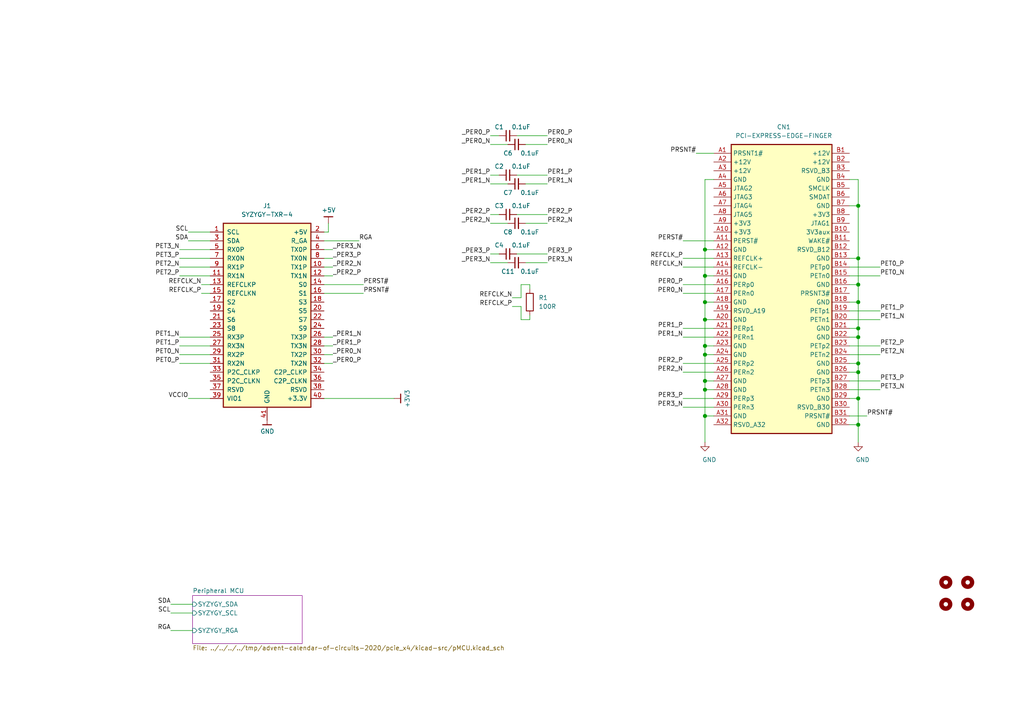
<source format=kicad_sch>
(kicad_sch (version 20230121) (generator eeschema)
  (paper "A4")
  (title_block (title "SYZYGY PCIe x4") (date "2020-12-04") (rev "r1.0") (company "GsD - @gregdavill"))
  (lib_symbols
    (symbol "Device:C_Small" (pin_numbers hide) (pin_names (offset 0.254) hide)
      (property "Reference" "C" (at 0.254 1.778 0))
      (property "Value" "C_Small" (at 0.254 -2.032 0))
      (symbol "C_Small_0_1"
        (polyline (pts (xy -1.524 -0.508) (xy 1.524 -0.508)) (stroke (width 0.3302)))
        (polyline (pts (xy -1.524 0.508) (xy 1.524 0.508)) (stroke (width 0.3048)))
      )
      (symbol "C_Small_1_1"
        (pin passive line (at 0 2.54 270) (length 2.032) (name "~") (number "1"))
        (pin passive line (at 0 -2.54 90) (length 2.032) (name "~") (number "2"))
      )
    )
    (symbol "Device:R_1" (pin_numbers hide) (pin_names (offset 0))
      (property "Reference" "R" (at 2.032 0 90))
      (property "Value" "R" (at 0 0 90))
      (symbol "R_1_0_1"
        (rectangle (start -1.016 -2.54) (end 1.016 2.54) (stroke (width 0.254)))
      )
      (symbol "R_1_1_1"
        (pin passive line (at 0 3.81 270) (length 1.27) (name "~") (number "1"))
        (pin passive line (at 0 -3.81 90) (length 1.27) (name "~") (number "2"))
      )
    )
    (symbol "Mechanical:MountingHole" (pin_names (offset 1.016))
      (property "Reference" "H" (at 0 5.08 0))
      (property "Value" "MountingHole" (at 0 3.175 0))
      (symbol "MountingHole_0_1"
        (circle (center 0 0) (radius 1.27) (stroke (width 1.27)))
      )
    )
    (symbol "gkl_power:+3V3" (power) (pin_names (offset 0))
      (property "Value" "+3V3" (at 0 3.556 0))
      (symbol "+3V3_0_1"
        (polyline (pts (xy -1.27 1.905) (xy 1.27 1.905)) (stroke (width 0.3048)))
        (polyline (pts (xy 0 0) (xy 0 1.905)))
      )
      (symbol "+3V3_1_1"
        (pin power_in line (at 0 0 90) (length 0) hide (name "+3V3") (number "1"))
      )
    )
    (symbol "gkl_power:+5V" (power) (pin_names (offset 0))
      (property "Value" "+5V" (at 0 3.175 0))
      (symbol "+5V_0_1"
        (polyline (pts (xy -1.27 1.905) (xy 1.27 1.905)) (stroke (width 0.3048)))
        (polyline (pts (xy 0 0) (xy 0 1.905)))
      )
      (symbol "+5V_1_1"
        (pin power_in line (at 0 0 90) (length 0) hide (name "+5V") (number "1"))
      )
    )
    (symbol "gkl_power:GND" (power) (pin_names (offset 0))
      (property "Value" "GND" (at 0 -2.54 0))
      (symbol "GND_0_1"
        (polyline (pts (xy 0 -1.27) (xy 0 0)))
        (polyline (pts (xy 1.27 -1.27) (xy -1.27 -1.27)) (stroke (width 0.3048)))
      )
      (symbol "GND_1_1"
        (pin power_in line (at 0 0 270) (length 0) hide (name "GND") (number "1"))
      )
    )
    (symbol "gsd-kicad:PCI-EXPRESS-EDGE-FINGER"
      (property "Reference" "CN" (at 17.78 6.35 0))
      (property "Value" "PCI-EXPRESS-EDGE-FINGER" (at 20.32 3.81 0))
      (symbol "PCI-EXPRESS-EDGE-FINGER_0_1"
        (rectangle (start 5.08 2.54) (end 34.29 -81.28) (stroke (width 0.3302)) (fill (type background)))
      )
      (symbol "PCI-EXPRESS-EDGE-FINGER_1_1"
        (pin input line (at 0 0 0) (length 5.08) (name "PRSNT1#") (number "A1"))
        (pin input line (at 0 -22.86 0) (length 5.08) (name "+3V3") (number "A10"))
        (pin input line (at 0 -25.4 0) (length 5.08) (name "PERST#") (number "A11"))
        (pin input line (at 0 -27.94 0) (length 5.08) (name "GND") (number "A12"))
        (pin input line (at 0 -30.48 0) (length 5.08) (name "REFCLK+") (number "A13"))
        (pin input line (at 0 -33.02 0) (length 5.08) (name "REFCLK-") (number "A14"))
        (pin input line (at 0 -35.56 0) (length 5.08) (name "GND") (number "A15"))
        (pin input line (at 0 -38.1 0) (length 5.08) (name "PERp0") (number "A16"))
        (pin input line (at 0 -40.64 0) (length 5.08) (name "PERn0") (number "A17"))
        (pin input line (at 0 -43.18 0) (length 5.08) (name "GND") (number "A18"))
        (pin input line (at 0 -45.72 0) (length 5.08) (name "RSVD_A19") (number "A19"))
        (pin input line (at 0 -2.54 0) (length 5.08) (name "+12V") (number "A2"))
        (pin input line (at 0 -48.26 0) (length 5.08) (name "GND") (number "A20"))
        (pin input line (at 0 -50.8 0) (length 5.08) (name "PERp1") (number "A21"))
        (pin input line (at 0 -53.34 0) (length 5.08) (name "PERn1") (number "A22"))
        (pin input line (at 0 -55.88 0) (length 5.08) (name "GND") (number "A23"))
        (pin input line (at 0 -58.42 0) (length 5.08) (name "GND") (number "A24"))
        (pin input line (at 0 -60.96 0) (length 5.08) (name "PERp2") (number "A25"))
        (pin input line (at 0 -63.5 0) (length 5.08) (name "PERn2") (number "A26"))
        (pin input line (at 0 -66.04 0) (length 5.08) (name "GND") (number "A27"))
        (pin input line (at 0 -68.58 0) (length 5.08) (name "GND") (number "A28"))
        (pin input line (at 0 -71.12 0) (length 5.08) (name "PERp3") (number "A29"))
        (pin input line (at 0 -5.08 0) (length 5.08) (name "+12V") (number "A3"))
        (pin input line (at 0 -73.66 0) (length 5.08) (name "PERn3") (number "A30"))
        (pin input line (at 0 -76.2 0) (length 5.08) (name "GND") (number "A31"))
        (pin input line (at 0 -78.74 0) (length 5.08) (name "RSVD_A32") (number "A32"))
        (pin input line (at 0 -7.62 0) (length 5.08) (name "GND") (number "A4"))
        (pin input line (at 0 -10.16 0) (length 5.08) (name "JTAG2") (number "A5"))
        (pin input line (at 0 -12.7 0) (length 5.08) (name "JTAG3") (number "A6"))
        (pin input line (at 0 -15.24 0) (length 5.08) (name "JTAG4") (number "A7"))
        (pin input line (at 0 -17.78 0) (length 5.08) (name "JTAG5") (number "A8"))
        (pin input line (at 0 -20.32 0) (length 5.08) (name "+3V3") (number "A9"))
        (pin input line (at 39.37 0 180) (length 5.08) (name "+12V") (number "B1"))
        (pin input line (at 39.37 -22.86 180) (length 5.08) (name "3V3aux") (number "B10"))
        (pin input line (at 39.37 -25.4 180) (length 5.08) (name "WAKE#") (number "B11"))
        (pin input line (at 39.37 -27.94 180) (length 5.08) (name "RSVD_B12") (number "B12"))
        (pin input line (at 39.37 -30.48 180) (length 5.08) (name "GND") (number "B13"))
        (pin input line (at 39.37 -33.02 180) (length 5.08) (name "PETp0") (number "B14"))
        (pin input line (at 39.37 -35.56 180) (length 5.08) (name "PETn0") (number "B15"))
        (pin input line (at 39.37 -38.1 180) (length 5.08) (name "GND") (number "B16"))
        (pin input line (at 39.37 -40.64 180) (length 5.08) (name "PRSNT3#") (number "B17"))
        (pin input line (at 39.37 -43.18 180) (length 5.08) (name "GND") (number "B18"))
        (pin input line (at 39.37 -45.72 180) (length 5.08) (name "PETp1") (number "B19"))
        (pin input line (at 39.37 -2.54 180) (length 5.08) (name "+12V") (number "B2"))
        (pin input line (at 39.37 -48.26 180) (length 5.08) (name "PETn1") (number "B20"))
        (pin input line (at 39.37 -50.8 180) (length 5.08) (name "GND") (number "B21"))
        (pin input line (at 39.37 -53.34 180) (length 5.08) (name "GND") (number "B22"))
        (pin input line (at 39.37 -55.88 180) (length 5.08) (name "PETp2") (number "B23"))
        (pin input line (at 39.37 -58.42 180) (length 5.08) (name "PETn2") (number "B24"))
        (pin input line (at 39.37 -60.96 180) (length 5.08) (name "GND") (number "B25"))
        (pin input line (at 39.37 -63.5 180) (length 5.08) (name "GND") (number "B26"))
        (pin input line (at 39.37 -66.04 180) (length 5.08) (name "PETp3") (number "B27"))
        (pin input line (at 39.37 -68.58 180) (length 5.08) (name "PETn3") (number "B28"))
        (pin input line (at 39.37 -71.12 180) (length 5.08) (name "GND") (number "B29"))
        (pin input line (at 39.37 -5.08 180) (length 5.08) (name "RSVD_B3") (number "B3"))
        (pin input line (at 39.37 -73.66 180) (length 5.08) (name "RSVD_B30") (number "B30"))
        (pin input line (at 39.37 -76.2 180) (length 5.08) (name "PRSNT#") (number "B31"))
        (pin input line (at 39.37 -78.74 180) (length 5.08) (name "GND") (number "B32"))
        (pin input line (at 39.37 -7.62 180) (length 5.08) (name "GND") (number "B4"))
        (pin input line (at 39.37 -10.16 180) (length 5.08) (name "SMCLK") (number "B5"))
        (pin input line (at 39.37 -12.7 180) (length 5.08) (name "SMDAT") (number "B6"))
        (pin input line (at 39.37 -15.24 180) (length 5.08) (name "GND") (number "B7"))
        (pin input line (at 39.37 -17.78 180) (length 5.08) (name "+3V3") (number "B8"))
        (pin input line (at 39.37 -20.32 180) (length 5.08) (name "JTAG1") (number "B9"))
      )
    )
    (symbol "gsd-kicad:SYZYGY-TXR-4" (pin_names (offset 1.016))
      (property "Reference" "J" (at 0 27.94 0))
      (property "Value" "SYZYGY-TXR-4" (at 0 25.4 0))
      (symbol "SYZYGY-TXR-4_0_1"
        (rectangle (start -12.7 24.13) (end 12.7 -29.21) (stroke (width 0.3302)) (fill (type background)))
      )
      (symbol "SYZYGY-TXR-4_1_1"
        (pin input line (at -16.51 21.59 0) (length 3.81) (name "SCL") (number "1"))
        (pin input line (at 16.51 11.43 180) (length 3.81) (name "TX1P") (number "10"))
        (pin input line (at -16.51 8.89 0) (length 3.81) (name "RX1N") (number "11"))
        (pin input line (at 16.51 8.89 180) (length 3.81) (name "TX1N") (number "12"))
        (pin input line (at -16.51 6.35 0) (length 3.81) (name "REFCLKP") (number "13"))
        (pin input line (at 16.51 6.35 180) (length 3.81) (name "S0") (number "14"))
        (pin input line (at -16.51 3.81 0) (length 3.81) (name "REFCLKN") (number "15"))
        (pin input line (at 16.51 3.81 180) (length 3.81) (name "S1") (number "16"))
        (pin input line (at -16.51 1.27 0) (length 3.81) (name "S2") (number "17"))
        (pin input line (at 16.51 1.27 180) (length 3.81) (name "S3") (number "18"))
        (pin input line (at -16.51 -1.27 0) (length 3.81) (name "S4") (number "19"))
        (pin input line (at 16.51 21.59 180) (length 3.81) (name "+5V") (number "2"))
        (pin input line (at 16.51 -1.27 180) (length 3.81) (name "S5") (number "20"))
        (pin input line (at -16.51 -3.81 0) (length 3.81) (name "S6") (number "21"))
        (pin input line (at 16.51 -3.81 180) (length 3.81) (name "S7") (number "22"))
        (pin input line (at -16.51 -6.35 0) (length 3.81) (name "S8") (number "23"))
        (pin input line (at 16.51 -6.35 180) (length 3.81) (name "S9") (number "24"))
        (pin input line (at -16.51 -8.89 0) (length 3.81) (name "RX3P") (number "25"))
        (pin input line (at 16.51 -8.89 180) (length 3.81) (name "TX3P") (number "26"))
        (pin input line (at -16.51 -11.43 0) (length 3.81) (name "RX3N") (number "27"))
        (pin input line (at 16.51 -11.43 180) (length 3.81) (name "TX3N") (number "28"))
        (pin input line (at -16.51 -13.97 0) (length 3.81) (name "RX2P") (number "29"))
        (pin input line (at -16.51 19.05 0) (length 3.81) (name "SDA") (number "3"))
        (pin input line (at 16.51 -13.97 180) (length 3.81) (name "TX2P") (number "30"))
        (pin input line (at -16.51 -16.51 0) (length 3.81) (name "RX2N") (number "31"))
        (pin input line (at 16.51 -16.51 180) (length 3.81) (name "TX2N") (number "32"))
        (pin input line (at -16.51 -19.05 0) (length 3.81) (name "P2C_CLKP") (number "33"))
        (pin input line (at 16.51 -19.05 180) (length 3.81) (name "C2P_CLKP") (number "34"))
        (pin input line (at -16.51 -21.59 0) (length 3.81) (name "P2C_CLKN") (number "35"))
        (pin input line (at 16.51 -21.59 180) (length 3.81) (name "C2P_CLKN") (number "36"))
        (pin input line (at -16.51 -24.13 0) (length 3.81) (name "RSVD") (number "37"))
        (pin input line (at 16.51 -24.13 180) (length 3.81) (name "RSVD") (number "38"))
        (pin input line (at -16.51 -26.67 0) (length 3.81) (name "VIO1") (number "39"))
        (pin input line (at 16.51 19.05 180) (length 3.81) (name "R_GA") (number "4"))
        (pin input line (at 16.51 -26.67 180) (length 3.81) (name "+3.3V") (number "40"))
        (pin input line (at 0 -33.02 90) (length 3.81) (name "GND") (number "41"))
        (pin input line (at -16.51 16.51 0) (length 3.81) (name "RX0P") (number "5"))
        (pin input line (at 16.51 16.51 180) (length 3.81) (name "TX0P") (number "6"))
        (pin input line (at -16.51 13.97 0) (length 3.81) (name "RX0N") (number "7"))
        (pin input line (at 16.51 13.97 180) (length 3.81) (name "TX0N") (number "8"))
        (pin input line (at -16.51 11.43 0) (length 3.81) (name "RX1P") (number "9"))
      )
    )
    (symbol "power:GND" (power) (pin_names (offset 0))
      (property "Value" "GND" (at 0 -3.81 0))
      (symbol "GND_0_1"
        (polyline (pts (xy 0 0) (xy 0 -1.27) (xy 1.27 -1.27) (xy 0 -2.54) (xy -1.27 -1.27) (xy 0 -1.27)))
      )
      (symbol "GND_1_1"
        (pin power_in line (at 0 0 270) (length 0) hide (name "GND") (number "1"))
      )
    )
  )
  (junction (at 248.92 107.95) (diameter 1.016))
  (junction (at 204.47 113.03) (diameter 1.016))
  (junction (at 248.92 95.25) (diameter 1.016))
  (junction (at 204.47 100.33) (diameter 1.016))
  (junction (at 204.47 72.39) (diameter 1.016))
  (junction (at 204.47 102.87) (diameter 1.016))
  (junction (at 204.47 87.63) (diameter 1.016))
  (junction (at 248.92 82.55) (diameter 1.016))
  (junction (at 204.47 92.71) (diameter 1.016))
  (junction (at 248.92 115.57) (diameter 1.016))
  (junction (at 204.47 120.65) (diameter 1.016))
  (junction (at 248.92 105.41) (diameter 1.016))
  (junction (at 248.92 59.69) (diameter 1.016))
  (junction (at 204.47 110.49) (diameter 1.016))
  (junction (at 248.92 97.79) (diameter 1.016))
  (junction (at 248.92 74.93) (diameter 1.016))
  (junction (at 248.92 123.19) (diameter 1.016))
  (junction (at 248.92 87.63) (diameter 1.016))
  (junction (at 204.47 80.01) (diameter 1.016))
  (wire (pts (xy 248.92 97.79) (xy 248.92 105.41)))
  (wire (pts (xy 246.38 82.55) (xy 248.92 82.55)))
  (wire (pts (xy 204.47 120.65) (xy 204.47 128.27)))
  (wire (pts (xy 204.47 92.71) (xy 204.47 100.33)))
  (wire (pts (xy 255.27 110.49) (xy 246.38 110.49)))
  (wire (pts (xy 96.52 72.39) (xy 93.98 72.39)))
  (wire (pts (xy 93.98 115.57) (xy 114.3 115.57)))
  (wire (pts (xy 246.38 59.69) (xy 248.92 59.69)))
  (wire (pts (xy 198.12 82.55) (xy 207.01 82.55)))
  (wire (pts (xy 246.38 115.57) (xy 248.92 115.57)))
  (wire (pts (xy 153.67 82.55) (xy 153.67 83.82)))
  (wire (pts (xy 204.47 102.87) (xy 207.01 102.87)))
  (wire (pts (xy 151.13 88.9) (xy 151.13 92.71)))
  (wire (pts (xy 204.47 80.01) (xy 207.01 80.01)))
  (wire (pts (xy 60.96 67.31) (xy 54.61 67.31)))
  (wire (pts (xy 207.01 52.07) (xy 204.47 52.07)))
  (wire (pts (xy 153.67 92.71) (xy 153.67 91.44)))
  (wire (pts (xy 148.59 86.36) (xy 151.13 86.36)))
  (wire (pts (xy 198.12 74.93) (xy 207.01 74.93)))
  (wire (pts (xy 93.98 67.31) (xy 95.25 67.31)))
  (wire (pts (xy 198.12 95.25) (xy 207.01 95.25)))
  (wire (pts (xy 198.12 97.79) (xy 207.01 97.79)))
  (wire (pts (xy 52.07 100.33) (xy 60.96 100.33)))
  (wire (pts (xy 142.24 41.91) (xy 147.32 41.91)))
  (wire (pts (xy 198.12 115.57) (xy 207.01 115.57)))
  (wire (pts (xy 248.92 59.69) (xy 248.92 74.93)))
  (wire (pts (xy 204.47 80.01) (xy 204.47 87.63)))
  (wire (pts (xy 255.27 92.71) (xy 246.38 92.71)))
  (wire (pts (xy 246.38 95.25) (xy 248.92 95.25)))
  (wire (pts (xy 204.47 110.49) (xy 204.47 113.03)))
  (wire (pts (xy 198.12 105.41) (xy 207.01 105.41)))
  (wire (pts (xy 142.24 39.37) (xy 144.78 39.37)))
  (wire (pts (xy 248.92 74.93) (xy 248.92 82.55)))
  (wire (pts (xy 96.52 105.41) (xy 93.98 105.41)))
  (wire (pts (xy 198.12 85.09) (xy 207.01 85.09)))
  (wire (pts (xy 58.42 85.09) (xy 60.96 85.09)))
  (wire (pts (xy 151.13 86.36) (xy 151.13 82.55)))
  (wire (pts (xy 158.75 39.37) (xy 149.86 39.37)))
  (wire (pts (xy 55.88 182.88) (xy 49.53 182.88)))
  (wire (pts (xy 158.75 41.91) (xy 152.4 41.91)))
  (wire (pts (xy 248.92 82.55) (xy 248.92 87.63)))
  (wire (pts (xy 248.92 115.57) (xy 248.92 123.19)))
  (wire (pts (xy 204.47 100.33) (xy 207.01 100.33)))
  (wire (pts (xy 198.12 107.95) (xy 207.01 107.95)))
  (wire (pts (xy 158.75 64.77) (xy 152.4 64.77)))
  (wire (pts (xy 204.47 113.03) (xy 204.47 120.65)))
  (wire (pts (xy 52.07 80.01) (xy 60.96 80.01)))
  (wire (pts (xy 255.27 102.87) (xy 246.38 102.87)))
  (wire (pts (xy 93.98 69.85) (xy 104.14 69.85)))
  (wire (pts (xy 158.75 76.2) (xy 152.4 76.2)))
  (wire (pts (xy 95.25 67.31) (xy 95.25 64.77)))
  (wire (pts (xy 198.12 69.85) (xy 207.01 69.85)))
  (wire (pts (xy 148.59 88.9) (xy 151.13 88.9)))
  (wire (pts (xy 204.47 113.03) (xy 207.01 113.03)))
  (wire (pts (xy 204.47 100.33) (xy 204.47 102.87)))
  (wire (pts (xy 204.47 72.39) (xy 207.01 72.39)))
  (wire (pts (xy 151.13 82.55) (xy 153.67 82.55)))
  (wire (pts (xy 246.38 87.63) (xy 248.92 87.63)))
  (wire (pts (xy 142.24 62.23) (xy 144.78 62.23)))
  (wire (pts (xy 248.92 52.07) (xy 248.92 59.69)))
  (wire (pts (xy 151.13 92.71) (xy 153.67 92.71)))
  (wire (pts (xy 58.42 82.55) (xy 60.96 82.55)))
  (wire (pts (xy 255.27 90.17) (xy 246.38 90.17)))
  (wire (pts (xy 52.07 105.41) (xy 60.96 105.41)))
  (wire (pts (xy 248.92 107.95) (xy 248.92 115.57)))
  (wire (pts (xy 204.47 92.71) (xy 207.01 92.71)))
  (wire (pts (xy 248.92 95.25) (xy 248.92 97.79)))
  (wire (pts (xy 158.75 73.66) (xy 149.86 73.66)))
  (wire (pts (xy 246.38 120.65) (xy 251.46 120.65)))
  (wire (pts (xy 96.52 102.87) (xy 93.98 102.87)))
  (wire (pts (xy 204.47 87.63) (xy 204.47 92.71)))
  (wire (pts (xy 96.52 77.47) (xy 93.98 77.47)))
  (wire (pts (xy 52.07 72.39) (xy 60.96 72.39)))
  (wire (pts (xy 52.07 77.47) (xy 60.96 77.47)))
  (wire (pts (xy 255.27 77.47) (xy 246.38 77.47)))
  (wire (pts (xy 246.38 107.95) (xy 248.92 107.95)))
  (wire (pts (xy 96.52 80.01) (xy 93.98 80.01)))
  (wire (pts (xy 204.47 120.65) (xy 207.01 120.65)))
  (wire (pts (xy 248.92 87.63) (xy 248.92 95.25)))
  (wire (pts (xy 246.38 97.79) (xy 248.92 97.79)))
  (wire (pts (xy 142.24 53.34) (xy 147.32 53.34)))
  (wire (pts (xy 204.47 110.49) (xy 207.01 110.49)))
  (wire (pts (xy 93.98 85.09) (xy 105.41 85.09)))
  (wire (pts (xy 246.38 74.93) (xy 248.92 74.93)))
  (wire (pts (xy 96.52 100.33) (xy 93.98 100.33)))
  (wire (pts (xy 255.27 100.33) (xy 246.38 100.33)))
  (wire (pts (xy 52.07 74.93) (xy 60.96 74.93)))
  (wire (pts (xy 60.96 115.57) (xy 54.61 115.57)))
  (wire (pts (xy 198.12 77.47) (xy 207.01 77.47)))
  (wire (pts (xy 204.47 102.87) (xy 204.47 110.49)))
  (wire (pts (xy 52.07 102.87) (xy 60.96 102.87)))
  (wire (pts (xy 158.75 62.23) (xy 149.86 62.23)))
  (wire (pts (xy 55.88 175.26) (xy 49.53 175.26)))
  (wire (pts (xy 142.24 73.66) (xy 144.78 73.66)))
  (wire (pts (xy 142.24 64.77) (xy 147.32 64.77)))
  (wire (pts (xy 246.38 52.07) (xy 248.92 52.07)))
  (wire (pts (xy 198.12 118.11) (xy 207.01 118.11)))
  (wire (pts (xy 158.75 50.8) (xy 149.86 50.8)))
  (wire (pts (xy 55.88 177.8) (xy 49.53 177.8)))
  (wire (pts (xy 96.52 74.93) (xy 93.98 74.93)))
  (wire (pts (xy 204.47 52.07) (xy 204.47 72.39)))
  (wire (pts (xy 96.52 97.79) (xy 93.98 97.79)))
  (wire (pts (xy 142.24 76.2) (xy 147.32 76.2)))
  (wire (pts (xy 52.07 97.79) (xy 60.96 97.79)))
  (wire (pts (xy 204.47 87.63) (xy 207.01 87.63)))
  (wire (pts (xy 158.75 53.34) (xy 152.4 53.34)))
  (wire (pts (xy 255.27 113.03) (xy 246.38 113.03)))
  (wire (pts (xy 60.96 69.85) (xy 54.61 69.85)))
  (wire (pts (xy 248.92 105.41) (xy 248.92 107.95)))
  (wire (pts (xy 204.47 72.39) (xy 204.47 80.01)))
  (wire (pts (xy 248.92 123.19) (xy 248.92 128.27)))
  (wire (pts (xy 255.27 80.01) (xy 246.38 80.01)))
  (wire (pts (xy 93.98 82.55) (xy 105.41 82.55)))
  (wire (pts (xy 207.01 44.45) (xy 201.93 44.45)))
  (wire (pts (xy 142.24 50.8) (xy 144.78 50.8)))
  (wire (pts (xy 246.38 105.41) (xy 248.92 105.41)))
  (wire (pts (xy 246.38 123.19) (xy 248.92 123.19)))
  (label "PET1_P" (at 52.07 100.33 180))
  (label "PET1_P" (at 255.27 90.17 0))
  (label "PET2_P" (at 255.27 100.33 0))
  (label "_PER0_N" (at 96.52 102.87 0))
  (label "_PER1_P" (at 142.24 50.8 180))
  (label "PERST#" (at 198.12 69.85 180))
  (label "RGA" (at 49.53 182.88 180))
  (label "_PER3_P" (at 142.24 73.66 180))
  (label "_PER2_N" (at 142.24 64.77 180))
  (label "_PER0_P" (at 142.24 39.37 180))
  (label "VCCIO" (at 54.61 115.57 180))
  (label "RGA" (at 104.14 69.85 0))
  (label "_PER1_N" (at 142.24 53.34 180))
  (label "_PER3_N" (at 96.52 72.39 0))
  (label "_PER1_N" (at 96.52 97.79 0))
  (label "PET2_P" (at 52.07 80.01 180))
  (label "PET2_N" (at 255.27 102.87 0))
  (label "SCL" (at 54.61 67.31 180))
  (label "PET0_P" (at 255.27 77.47 0))
  (label "PET3_P" (at 255.27 110.49 0))
  (label "_PER1_P" (at 96.52 100.33 0))
  (label "PRSNT#" (at 251.46 120.65 0))
  (label "REFCLK_P" (at 58.42 85.09 180))
  (label "_PER2_P" (at 142.24 62.23 180))
  (label "PER2_P" (at 198.12 105.41 180))
  (label "SCL" (at 49.53 177.8 180))
  (label "PET0_N" (at 255.27 80.01 0))
  (label "REFCLK_N" (at 198.12 77.47 180))
  (label "PER1_N" (at 198.12 97.79 180))
  (label "REFCLK_N" (at 148.59 86.36 180))
  (label "SDA" (at 49.53 175.26 180))
  (label "PER1_P" (at 198.12 95.25 180))
  (label "PER0_N" (at 158.75 41.91 0))
  (label "PER1_P" (at 158.75 50.8 0))
  (label "PET1_N" (at 255.27 92.71 0))
  (label "PER1_N" (at 158.75 53.34 0))
  (label "PRSNT#" (at 201.93 44.45 180))
  (label "PER0_P" (at 198.12 82.55 180))
  (label "_PER3_N" (at 142.24 76.2 180))
  (label "PER3_P" (at 198.12 115.57 180))
  (label "PER2_P" (at 158.75 62.23 0))
  (label "PER3_N" (at 158.75 76.2 0))
  (label "_PER0_N" (at 142.24 41.91 180))
  (label "PET0_P" (at 52.07 105.41 180))
  (label "_PER2_P" (at 96.52 80.01 0))
  (label "REFCLK_N" (at 58.42 82.55 180))
  (label "PRSNT#" (at 105.41 85.09 0))
  (label "_PER3_P" (at 96.52 74.93 0))
  (label "REFCLK_P" (at 198.12 74.93 180))
  (label "PERST#" (at 105.41 82.55 0))
  (label "PER2_N" (at 198.12 107.95 180))
  (label "_PER0_P" (at 96.52 105.41 0))
  (label "PET1_N" (at 52.07 97.79 180))
  (label "PER3_P" (at 158.75 73.66 0))
  (label "PET3_P" (at 52.07 74.93 180))
  (label "PER0_N" (at 198.12 85.09 180))
  (label "REFCLK_P" (at 148.59 88.9 180))
  (label "SDA" (at 54.61 69.85 180))
  (label "PET3_N" (at 255.27 113.03 0))
  (label "PET2_N" (at 52.07 77.47 180))
  (label "PER0_P" (at 158.75 39.37 0))
  (label "PET0_N" (at 52.07 102.87 180))
  (label "PER2_N" (at 158.75 64.77 0))
  (label "PET3_N" (at 52.07 72.39 180))
  (label "_PER2_N" (at 96.52 77.47 0))
  (label "PER3_N" (at 198.12 118.11 180))
  (symbol (lib_id "gkl_power:+5V") (at 95.25 64.77 0) (unit 1)
    (property "Reference" "#PWR05" (effects hide))
    (property "Value" "+5V" (at 95.3262 60.9346 0))
  )
  (symbol (lib_id "gkl_power:GND") (at 77.47 121.92 0) (unit 1)
    (property "Reference" "#PWR01" (effects hide))
    (property "Value" "GND" (at 77.5462 125.1204 0))
  )
  (symbol (lib_id "gkl_power:+3V3") (at 114.3 115.57 270) (unit 1)
    (property "Reference" "#PWR07" (effects hide))
    (property "Value" "+3V3" (at 118.1354 115.6462 0))
  )
  (symbol (lib_id "Device:C_Small") (at 149.86 64.77 90) (unit 1)
    (property "Reference" "C8" (at 147.32 67.31 90))
    (property "Value" "0.1uF" (at 153.67 67.31 90))
    (property "Footprint" "Capacitor_SMD:C_0402_1005Metric" (effects hide))
  )
  (symbol (lib_id "Device:C_Small") (at 147.32 50.8 90) (unit 1)
    (property "Reference" "C2" (at 144.78 48.26 90))
    (property "Value" "0.1uF" (at 151.13 48.26 90))
    (property "Footprint" "Capacitor_SMD:C_0402_1005Metric" (effects hide))
  )
  (symbol (lib_id "Mechanical:MountingHole") (at 280.67 175.26 0) (unit 1)
    (property "Reference" "H4" (effects hide))
    (property "Value" "MountingHole" (effects hide))
    (property "Footprint" "MountingHole:MountingHole_3.2mm_M3" (effects hide))
  )
  (symbol (lib_id "gsd-kicad:PCI-EXPRESS-EDGE-FINGER") (at 207.01 44.45 0) (unit 1)
    (property "Reference" "CN1" (at 227.33 36.83 0))
    (property "Value" "PCI-EXPRESS-EDGE-FINGER" (at 227.33 39.37 0))
    (property "Footprint" "Connector_PCBEdge:BUS_PCIexpress_x4" (effects hide))
  )
  (symbol (lib_id "gsd-kicad:SYZYGY-TXR-4") (at 77.47 88.9 0) (unit 1)
    (property "Reference" "J1" (at 77.47 59.69 0))
    (property "Value" "SYZYGY-TXR-4" (at 77.47 62.23 0))
    (property "Footprint" "gsd-footprints:SYZYGY-TXR-POD" (effects hide))
  )
  (symbol (lib_id "power:GND") (at 248.92 128.27 0) (unit 1)
    (property "Reference" "#PWR0102" (effects hide))
    (property "Value" "GND" (at 250.19 133.35 0))
  )
  (symbol (lib_id "Device:C_Small") (at 147.32 73.66 90) (unit 1)
    (property "Reference" "C4" (at 144.78 71.12 90))
    (property "Value" "0.1uF" (at 151.13 71.12 90))
    (property "Footprint" "Capacitor_SMD:C_0402_1005Metric" (effects hide))
  )
  (symbol (lib_id "Mechanical:MountingHole") (at 274.32 168.91 0) (unit 1)
    (property "Reference" "H1" (effects hide))
    (property "Value" "MountingHole" (effects hide))
    (property "Footprint" "MountingHole:MountingHole_3.2mm_M3" (effects hide))
  )
  (symbol (lib_id "Device:C_Small") (at 149.86 76.2 90) (unit 1)
    (property "Reference" "C11" (at 147.32 78.74 90))
    (property "Value" "0.1uF" (at 153.67 78.74 90))
    (property "Footprint" "Capacitor_SMD:C_0402_1005Metric" (effects hide))
  )
  (symbol (lib_id "power:GND") (at 204.47 128.27 0) (unit 1)
    (property "Reference" "#PWR0103" (effects hide))
    (property "Value" "GND" (at 205.74 133.35 0))
  )
  (symbol (lib_id "Device:C_Small") (at 147.32 62.23 90) (unit 1)
    (property "Reference" "C3" (at 144.78 59.69 90))
    (property "Value" "0.1uF" (at 151.13 59.69 90))
    (property "Footprint" "Capacitor_SMD:C_0402_1005Metric" (effects hide))
  )
  (symbol (lib_id "Device:C_Small") (at 147.32 39.37 90) (unit 1)
    (property "Reference" "C1" (at 144.78 36.83 90))
    (property "Value" "0.1uF" (at 151.13 36.83 90))
    (property "Footprint" "Capacitor_SMD:C_0402_1005Metric" (effects hide))
  )
  (symbol (lib_id "Device:C_Small") (at 149.86 41.91 90) (unit 1)
    (property "Reference" "C6" (at 147.32 44.45 90))
    (property "Value" "0.1uF" (at 153.67 44.45 90))
    (property "Footprint" "Capacitor_SMD:C_0402_1005Metric" (effects hide))
  )
  (symbol (lib_name "Device:R_1") (lib_id "Device:R") (at 153.67 87.63 0) (unit 1)
    (property "Reference" "R1" (at 156.21 86.36 0) (effects (justify left)))
    (property "Value" "100R" (at 156.21 88.9 0) (effects (justify left)))
    (property "Footprint" "Resistor_SMD:R_0402_1005Metric" (effects hide))
  )
  (symbol (lib_id "Mechanical:MountingHole") (at 274.32 175.26 0) (unit 1)
    (property "Reference" "H2" (effects hide))
    (property "Value" "MountingHole" (effects hide))
    (property "Footprint" "MountingHole:MountingHole_3.2mm_M3" (effects hide))
  )
  (symbol (lib_id "Mechanical:MountingHole") (at 280.67 168.91 0) (unit 1)
    (property "Reference" "H3" (effects hide))
    (property "Value" "MountingHole" (effects hide))
    (property "Footprint" "MountingHole:MountingHole_3.2mm_M3" (effects hide))
  )
  (symbol (lib_id "Device:C_Small") (at 149.86 53.34 90) (unit 1)
    (property "Reference" "C7" (at 147.32 55.88 90))
    (property "Value" "0.1uF" (at 153.67 55.88 90))
    (property "Footprint" "Capacitor_SMD:C_0402_1005Metric" (effects hide))
  )
  (sheet (at 55.88 172.72) (size 31.75 13.97) (stroke (width 0.1524) (color 132 0 132 1)) (fill (color 255 255 255 1.0000))
    (property "Sheetname" "Peripheral MCU" (at 55.88 172.0845 0) (effects (justify left bottom)))
    (property "Sheetfile" "../../../../tmp/advent-calendar-of-circuits-2020/pcie_x4/kicad-src/pMCU.kicad_sch" (at 55.88 187.1985 0) (effects (justify left top)))
    (pin "SYZYGY_SCL" input (at 55.88 177.8 180))
    (pin "SYZYGY_SDA" input (at 55.88 175.26 180))
    (pin "SYZYGY_RGA" input (at 55.88 182.88 180))
  )
)
</source>
